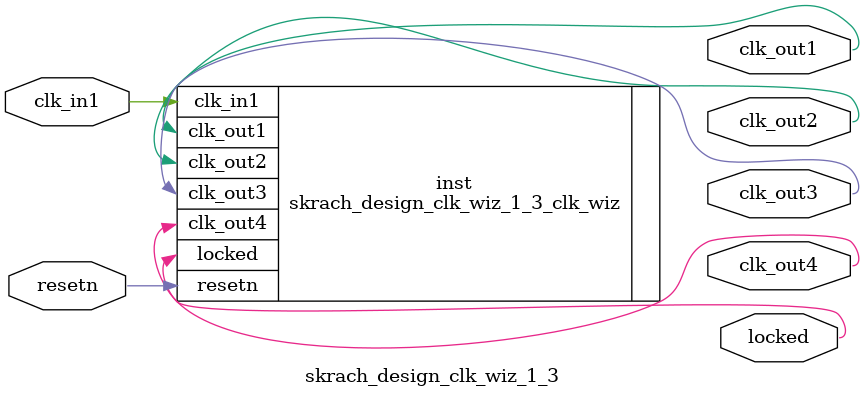
<source format=v>


`timescale 1ps/1ps

(* CORE_GENERATION_INFO = "skrach_design_clk_wiz_1_3,clk_wiz_v6_0_3_0_0,{component_name=skrach_design_clk_wiz_1_3,use_phase_alignment=true,use_min_o_jitter=false,use_max_i_jitter=false,use_dyn_phase_shift=false,use_inclk_switchover=false,use_dyn_reconfig=false,enable_axi=0,feedback_source=FDBK_AUTO,PRIMITIVE=MMCM,num_out_clk=4,clkin1_period=10.000,clkin2_period=10.000,use_power_down=false,use_reset=true,use_locked=true,use_inclk_stopped=false,feedback_type=SINGLE,CLOCK_MGR_TYPE=NA,manual_override=false}" *)

module skrach_design_clk_wiz_1_3 
 (
  // Clock out ports
  output        clk_out1,
  output        clk_out2,
  output        clk_out3,
  output        clk_out4,
  // Status and control signals
  input         resetn,
  output        locked,
 // Clock in ports
  input         clk_in1
 );

  skrach_design_clk_wiz_1_3_clk_wiz inst
  (
  // Clock out ports  
  .clk_out1(clk_out1),
  .clk_out2(clk_out2),
  .clk_out3(clk_out3),
  .clk_out4(clk_out4),
  // Status and control signals               
  .resetn(resetn), 
  .locked(locked),
 // Clock in ports
  .clk_in1(clk_in1)
  );

endmodule

</source>
